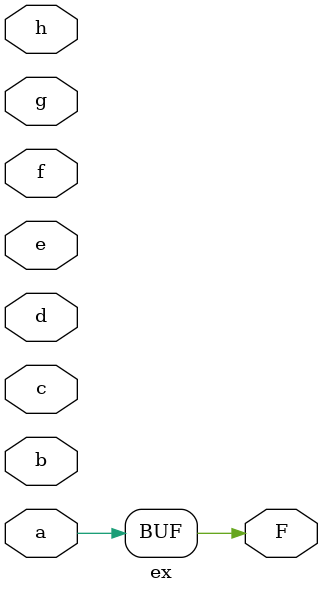
<source format=v>

module ex ( 
    a, b, c, d, e, f, g, h,
    F  );
  input  a, b, c, d, e, f, g, h;
  output F;
  assign F = a;
endmodule



</source>
